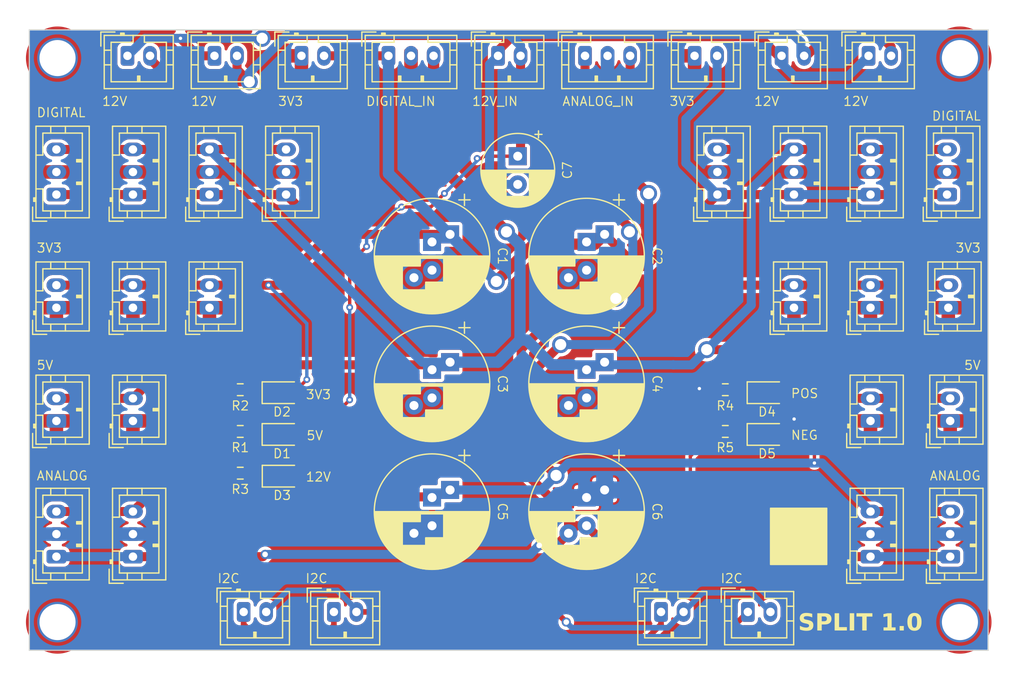
<source format=kicad_pcb>
(kicad_pcb (version 20240108) (generator "pcbnew") (generator_version "8.0")
  (layers (0 "F.Cu" signal) (31 "B.Cu" signal) (34 "B.Paste" user) (35 "F.Paste" user) (36 "B.SilkS" user "B.Silkscreen") (37 "F.SilkS" user "F.Silkscreen") (38 "B.Mask" user) (39 "F.Mask" user) (44 "Edge.Cuts" user))
  (net 0 "")
  (net 1 "GND")
  (net 2 "5V")
  (net 3 "3V3")
  (net 4 "RELAY_GND")
  (net 5 "12V")
  (net 6 "DC_POS")
  (net 7 "AGND")
  (net 8 "DC_NEG")
  (net 9 "SDA")
  (net 10 "SCL")
  (net 11 "Net-(D1-K)")
  (net 12 "Net-(D2-K)")
  (net 13 "Net-(D3-K)")
  (net 14 "Net-(D4-K)")
  (net 15 "Net-(D5-K)")
  (footprint "Connector_JST:JST_PH_B3B-PH-K_1x03_P2.00mm_Vertical" (layer "F.Cu") (at 167.257144 78.1 90)
    (property "Reference" "J13" (hide yes))
    (property "Value" "Conn_01x03_Male")
    (pad "1" thru_hole roundrect (at 0 0 90) (size 1.2 1.75) (drill 0.75) (layers "*.Cu" "*.Mask") (roundrect_rratio 0.208333) (net 3 "3V3"))
    (pad "2" thru_hole oval (at 2 0 90) (size 1.2 1.75) (drill 0.75) (layers "*.Cu" "*.Mask") (net 1 "GND"))
    (pad "3" thru_hole oval (at 4 0 90) (size 1.2 1.75) (drill 0.75) (layers "*.Cu" "*.Mask") (net 2 "5V"))
  )
  (footprint "Connector_JST:JST_PH_B3B-PH-K_1x03_P2.00mm_Vertical" (layer "F.Cu") (at 146.9 78.1 90)
    (property "Reference" "J14" (hide yes))
    (property "Value" "Conn_01x03_Male")
    (pad "1" thru_hole roundrect (at 0 0 90) (size 1.2 1.75) (drill 0.75) (layers "*.Cu" "*.Mask") (roundrect_rratio 0.208333) (net 3 "3V3"))
    (pad "2" thru_hole oval (at 2 0 90) (size 1.2 1.75) (drill 0.75) (layers "*.Cu" "*.Mask") (net 1 "GND"))
    (pad "3" thru_hole oval (at 4 0 90) (size 1.2 1.75) (drill 0.75) (layers "*.Cu" "*.Mask") (net 2 "5V"))
  )
  (footprint "Connector_JST:JST_PH_B3B-PH-K_1x03_P2.00mm_Vertical" (layer "F.Cu") (at 95.085714 78.1 90)
    (property "Reference" "J16" (hide yes))
    (property "Value" "Conn_01x03_Male")
    (pad "1" thru_hole roundrect (at 0 0 90) (size 1.2 1.75) (drill 0.75) (layers "*.Cu" "*.Mask") (roundrect_rratio 0.208333) (net 3 "3V3"))
    (pad "2" thru_hole oval (at 2 0 90) (size 1.2 1.75) (drill 0.75) (layers "*.Cu" "*.Mask") (net 1 "GND"))
    (pad "3" thru_hole oval (at 4 0 90) (size 1.2 1.75) (drill 0.75) (layers "*.Cu" "*.Mask") (net 2 "5V"))
  )
  (footprint "Capacitor_THT:CP_Radial_D10.0mm_P2.50mm_P5.00mm" (layer "F.Cu") (at 121.6 82.3 -90)
    (property "Reference" "C1" (at 1.25 -6.25 -90) (layer "F.SilkS") (effects (font (size 0.8 0.8) (thickness 0.1))))
    (property "Value" "220u 10V")
    (pad "1" thru_hole rect (at -0.670937 -1.6 270) (size 1.6 1.6) (drill 0.8) (layers "*.Cu" "*.Mask") (net 3 "3V3"))
    (pad "1" thru_hole rect (at 0 0 270) (size 1.6 1.6) (drill 0.8) (layers "*.Cu" "*.Mask") (net 3 "3V3"))
    (pad "2" thru_hole circle (at 2.5 0 270) (size 1.6 1.6) (drill 0.8) (layers "*.Cu" "*.Mask") (net 1 "GND"))
    (pad "2" thru_hole circle (at 3.170937 1.6 270) (size 1.6 1.6) (drill 0.8) (layers "*.Cu" "*.Mask") (net 1 "GND"))
  )
  (footprint "Connector_JST:JST_PH_B2B-PH-K_1x02_P2.00mm_Vertical" (layer "F.Cu") (at 141.9 115.1)
    (property "Reference" "J32" (hide yes))
    (property "Value" "Conn_01x02_Pin")
    (pad "1" thru_hole roundrect (at 0 0) (size 1.2 1.75) (drill 0.75) (layers "*.Cu" "*.Mask") (roundrect_rratio 0.208333) (net 10 "SCL"))
    (pad "2" thru_hole oval (at 2 0) (size 1.2 1.75) (drill 0.75) (layers "*.Cu" "*.Mask") (net 9 "SDA"))
  )
  (footprint "Connector_JST:JST_PH_B3B-PH-K_1x03_P2.00mm_Vertical" (layer "F.Cu") (at 160.471428 110.2 90)
    (property "Reference" "J7" (hide yes))
    (property "Value" "Conn_01x03_Male")
    (pad "1" thru_hole roundrect (at 0 0 90) (size 1.2 1.75) (drill 0.75) (layers "*.Cu" "*.Mask") (roundrect_rratio 0.208333) (net 8 "DC_NEG"))
    (pad "2" thru_hole oval (at 2 0 90) (size 1.2 1.75) (drill 0.75) (layers "*.Cu" "*.Mask") (net 7 "AGND"))
    (pad "3" thru_hole oval (at 4 0 90) (size 1.2 1.75) (drill 0.75) (layers "*.Cu" "*.Mask") (net 6 "DC_POS"))
  )
  (footprint "MountingHole:MountingHole_3.2mm_M3_DIN965_Pad_TopOnly" (layer "F.Cu") (at 88.4 66 90)
    (property "Reference" "H1" (hide yes))
    (property "Value" "MountingHole")
    (pad "1" thru_hole circle (at 0 0 90) (size 3.6 3.6) (drill 3.2) (layers "*.Cu" "*.Mask"))
    (pad "1" connect circle (at 0 0 90) (size 5.6 5.6) (layers "F.Cu" "F.Mask"))
  )
  (footprint "MountingHole:MountingHole_3.2mm_M3_DIN965_Pad_TopOnly" (layer "F.Cu") (at 88.4 116 90)
    (property "Reference" "H3" (hide yes))
    (property "Value" "MountingHole")
    (pad "1" thru_hole circle (at 0 0 90) (size 3.6 3.6) (drill 3.2) (layers "*.Cu" "*.Mask"))
    (pad "1" connect circle (at 0 0 90) (size 5.6 5.6) (layers "F.Cu" "F.Mask"))
  )
  (footprint "Connector_JST:JST_PH_B2B-PH-K_1x02_P2.00mm_Vertical" (layer "F.Cu") (at 104.9 115.1)
    (property "Reference" "J31" (hide yes))
    (property "Value" "Conn_01x02_Pin")
    (pad "1" thru_hole roundrect (at 0 0) (size 1.2 1.75) (drill 0.75) (layers "*.Cu" "*.Mask") (roundrect_rratio 0.208333) (net 10 "SCL"))
    (pad "2" thru_hole oval (at 2 0) (size 1.2 1.75) (drill 0.75) (layers "*.Cu" "*.Mask") (net 9 "SDA"))
  )
  (footprint "Connector_JST:JST_PH_B2B-PH-K_1x02_P2.00mm_Vertical" (layer "F.Cu") (at 112.9 115.1)
    (property "Reference" "J30" (hide yes))
    (property "Value" "Conn_01x02_Pin")
    (pad "1" thru_hole roundrect (at 0 0) (size 1.2 1.75) (drill 0.75) (layers "*.Cu" "*.Mask") (roundrect_rratio 0.208333) (net 10 "SCL"))
    (pad "2" thru_hole oval (at 2 0) (size 1.2 1.75) (drill 0.75) (layers "*.Cu" "*.Mask") (net 9 "SDA"))
  )
  (footprint "MountingHole:MountingHole_3.2mm_M3_DIN965_Pad_TopOnly" (layer "F.Cu") (at 168.4 66 90)
    (property "Reference" "H2" (hide yes))
    (property "Value" "MountingHole")
    (pad "1" thru_hole circle (at 0 0 90) (size 3.6 3.6) (drill 3.2) (layers "*.Cu" "*.Mask"))
    (pad "1" connect circle (at 0 0 90) (size 5.6 5.6) (layers "F.Cu" "F.Mask"))
  )
  (footprint "Capacitor_THT:CP_Radial_D10.0mm_P2.50mm_P5.00mm" (layer "F.Cu") (at 135.3 93.629063 -90)
    (property "Reference" "C4" (at 1.25 -6.25 -90) (layer "F.SilkS") (effects (font (size 0.8 0.8) (thickness 0.1))))
    (property "Value" "220u 10V")
    (pad "1" thru_hole rect (at -0.670937 -1.6 270) (size 1.6 1.6) (drill 0.8) (layers "*.Cu" "*.Mask") (net 2 "5V"))
    (pad "1" thru_hole rect (at 0 0 270) (size 1.6 1.6) (drill 0.8) (layers "*.Cu" "*.Mask") (net 2 "5V"))
    (pad "2" thru_hole circle (at 2.5 0 270) (size 1.6 1.6) (drill 0.8) (layers "*.Cu" "*.Mask") (net 1 "GND"))
    (pad "2" thru_hole circle (at 3.170937 1.6 270) (size 1.6 1.6) (drill 0.8) (layers "*.Cu" "*.Mask") (net 1 "GND"))
  )
  (footprint "Capacitor_THT:CP_Radial_D10.0mm_P2.50mm_P5.00mm" (layer "F.Cu") (at 135.3 104.958126 -90)
    (property "Reference" "C6" (at 1.25 -6.25 -90) (layer "F.SilkS") (effects (font (size 0.8 0.8) (thickness 0.1))))
    (property "Value" "220u 10V")
    (pad "1" thru_hole rect (at -0.670937 -1.6 270) (size 1.6 1.6) (drill 0.8) (layers "*.Cu" "*.Mask") (net 7 "AGND"))
    (pad "1" thru_hole rect (at 0 0 270) (size 1.6 1.6) (drill 0.8) (layers "*.Cu" "*.Mask") (net 7 "AGND"))
    (pad "2" thru_hole circle (at 2.5 0 270) (size 1.6 1.6) (drill 0.8) (layers "*.Cu" "*.Mask") (net 8 "DC_NEG"))
    (pad "2" thru_hole circle (at 3.170937 1.6 270) (size 1.6 1.6) (drill 0.8) (layers "*.Cu" "*.Mask") (net 8 "DC_NEG"))
  )
  (footprint "Connector_JST:JST_PH_B2B-PH-K_1x02_P2.00mm_Vertical" (layer "F.Cu") (at 160.471428 88.133333 90)
    (property "Reference" "J4" (hide yes))
    (property "Value" "Conn_01x02_Pin")
    (pad "1" thru_hole roundrect (at 0 0 90) (size 1.2 1.75) (drill 0.75) (layers "*.Cu" "*.Mask") (roundrect_rratio 0.208333) (net 1 "GND"))
    (pad "2" thru_hole oval (at 2 0 90) (size 1.2 1.75) (drill 0.75) (layers "*.Cu" "*.Mask") (net 3 "3V3"))
  )
  (footprint "Resistor_SMD:R_0603_1608Metric_Pad0.98x0.95mm_HandSolder" (layer "F.Cu") (at 104.6 99.1 180)
    (property "Reference" "R1" (at 0 -1.43 0) (layer "F.SilkS") (effects (font (size 0.8 0.8) (thickness 0.1))))
    (property "Value" "R_Small")
    (pad "1" smd roundrect (at -0.9125 0 180) (size 0.975 0.95) (layers "F.Cu" "F.Paste" "F.Mask") (net 11 "Net-(D1-K)"))
    (pad "2" smd roundrect (at 0.9125 0 180) (size 0.975 0.95) (layers "F.Cu" "F.Paste" "F.Mask") (net 1 "GND"))
  )
  (footprint "Connector_JST:JST_PH_B3B-PH-K_1x03_P2.00mm_Vertical" (layer "F.Cu") (at 88.3 78.1 90)
    (property "Reference" "J15" (hide yes))
    (property "Value" "Conn_01x03_Male")
    (pad "1" thru_hole roundrect (at 0 0 90) (size 1.2 1.75) (drill 0.75) (layers "*.Cu" "*.Mask") (roundrect_rratio 0.208333) (net 3 "3V3"))
    (pad "2" thru_hole oval (at 2 0 90) (size 1.2 1.75) (drill 0.75) (layers "*.Cu" "*.Mask") (net 1 "GND"))
    (pad "3" thru_hole oval (at 4 0 90) (size 1.2 1.75) (drill 0.75) (layers "*.Cu" "*.Mask") (net 2 "5V"))
  )
  (footprint "LED_SMD:LED_0805_2012Metric_Pad1.15x1.40mm_HandSolder" (layer "F.Cu") (at 108.4 95.665)
    (property "Reference" "D2" (at -0.1 1.7 0) (layer "F.SilkS") (effects (font (size 0.8 0.8) (thickness 0.1))))
    (property "Value" "RED")
    (pad "1" smd roundrect (at -1.025 0) (size 1.15 1.4) (layers "F.Cu" "F.Paste" "F.Mask") (roundrect_rratio 0.217391) (net 12 "Net-(D2-K)"))
    (pad "2" smd roundrect (at 1.025 0) (size 1.15 1.4) (layers "F.Cu" "F.Paste" "F.Mask") (roundrect_rratio 0.217391) (net 3 "3V3"))
  )
  (footprint "Connector_JST:JST_PH_B2B-PH-K_1x02_P2.00mm_Vertical" (layer "F.Cu") (at 95.085714 88.133333 90)
    (property "Reference" "J11" (hide yes))
    (property "Value" "Conn_01x02_Pin")
    (pad "1" thru_hole roundrect (at 0 0 90) (size 1.2 1.75) (drill 0.75) (layers "*.Cu" "*.Mask") (roundrect_rratio 0.208333) (net 1 "GND"))
    (pad "2" thru_hole oval (at 2 0 90) (size 1.2 1.75) (drill 0.75) (layers "*.Cu" "*.Mask") (net 3 "3V3"))
  )
  (footprint "Connector_JST:JST_PH_B2B-PH-K_1x02_P2.00mm_Vertical" (layer "F.Cu") (at 95.085714 98.166666 90)
    (property "Reference" "J27" (hide yes))
    (property "Value" "Conn_01x02_Pin")
    (pad "1" thru_hole roundrect (at 0 0 90) (size 1.2 1.75) (drill 0.75) (layers "*.Cu" "*.Mask") (roundrect_rratio 0.208333) (net 1 "GND"))
    (pad "2" thru_hole oval (at 2 0 90) (size 1.2 1.75) (drill 0.75) (layers "*.Cu" "*.Mask") (net 2 "5V"))
  )
  (footprint "LED_SMD:LED_0805_2012Metric_Pad1.15x1.40mm_HandSolder" (layer "F.Cu") (at 151.4 99.365)
    (property "Reference" "D5" (at -0.1 1.7 0) (layer "F.SilkS") (effects (font (size 0.8 0.8) (thickness 0.1))))
    (property "Value" "RED")
    (pad "1" smd roundrect (at -1.025 0) (size 1.15 1.4) (layers "F.Cu" "F.Paste" "F.Mask") (roundrect_rratio 0.217391) (net 15 "Net-(D5-K)"))
    (pad "2" smd roundrect (at 1.025 0) (size 1.15 1.4) (layers "F.Cu" "F.Paste" "F.Mask") (roundrect_rratio 0.217391) (net 7 "AGND"))
  )
  (footprint "Resistor_SMD:R_0603_1608Metric_Pad0.98x0.95mm_HandSolder" (layer "F.Cu") (at 147.6 95.4 180)
    (property "Reference" "R4" (at 0 -1.43 0) (layer "F.SilkS") (effects (font (size 0.8 0.8) (thickness 0.1))))
    (property "Value" "R_Small")
    (pad "1" smd roundrect (at -0.9125 0 180) (size 0.975 0.95) (layers "F.Cu" "F.Paste" "F.Mask") (net 14 "Net-(D4-K)"))
    (pad "2" smd roundrect (at 0.9125 0 180) (size 0.975 0.95) (layers "F.Cu" "F.Paste" "F.Mask") (net 7 "AGND"))
  )
  (footprint "Connector_JST:JST_PH_B2B-PH-K_1x02_P2.00mm_Vertical" (layer "F.Cu") (at 160.3 65.8)
    (property "Reference" "J24" (hide yes))
    (property "Value" "Conn_01x02_Pin")
    (pad "1" thru_hole roundrect (at 0 0) (size 1.2 1.75) (drill 0.75) (layers "*.Cu" "*.Mask") (roundrect_rratio 0.208333) (net 4 "RELAY_GND"))
    (pad "2" thru_hole oval (at 2 0) (size 1.2 1.75) (drill 0.75) (layers "*.Cu" "*.Mask") (net 5 "12V"))
  )
  (footprint "Connector_JST:JST_PH_B3B-PH-K_1x03_P2.00mm_Vertical" (layer "F.Cu") (at 167.535714 110.2 90)
    (property "Reference" "J21" (hide yes))
    (property "Value" "Conn_01x03_Male")
    (pad "1" thru_hole roundrect (at 0 0 90) (size 1.2 1.75) (drill 0.75) (layers "*.Cu" "*.Mask") (roundrect_rratio 0.208333) (net 8 "DC_NEG"))
    (pad "2" thru_hole oval (at 2 0 90) (size 1.2 1.75) (drill 0.75) (layers "*.Cu" "*.Mask") (net 7 "AGND"))
    (pad "3" thru_hole oval (at 4 0 90) (size 1.2 1.75) (drill 0.75) (layers "*.Cu" "*.Mask") (net 6 "DC_POS"))
  )
  (footprint "LED_SMD:LED_0805_2012Metric_Pad1.15x1.40mm_HandSolder" (layer "F.Cu") (at 108.4125 103.065)
    (property "Reference" "D3" (at -0.1 1.7 0) (layer "F.SilkS") (effects (font (size 0.8 0.8) (thickness 0.1))))
    (property "Value" "RED")
    (pad "1" smd roundrect (at -1.025 0) (size 1.15 1.4) (layers "F.Cu" "F.Paste" "F.Mask") (roundrect_rratio 0.217391) (net 13 "Net-(D3-K)"))
    (pad "2" smd roundrect (at 1.025 0) (size 1.15 1.4) (layers "F.Cu" "F.Paste" "F.Mask") (roundrect_rratio 0.217391) (net 5 "12V"))
  )
  (footprint "Capacitor_THT:CP_Radial_D10.0mm_P2.50mm_P5.00mm" (layer "F.Cu") (at 121.6 104.958126 -90)
    (property "Reference" "C5" (at 1.25 -6.25 -90) (layer "F.SilkS") (effects (font (size 0.8 0.8) (thickness 0.1))))
    (property "Value" "220u 10V")
    (pad "1" thru_hole rect (at -0.670937 -1.6 270) (size 1.6 1.6) (drill 0.8) (layers "*.Cu" "*.Mask") (net 6 "DC_POS"))
    (pad "1" thru_hole rect (at 0 0 270) (size 1.6 1.6) (drill 0.8) (layers "*.Cu" "*.Mask") (net 6 "DC_POS"))
    (pad "2" thru_hole circle (at 2.5 0 270) (size 1.6 1.6) (drill 0.8) (layers "*.Cu" "*.Mask") (net 7 "AGND"))
    (pad "2" thru_hole circle (at 3.170937 1.6 270) (size 1.6 1.6) (drill 0.8) (layers "*.Cu" "*.Mask") (net 7 "AGND"))
  )
  (footprint "Connector_JST:JST_PH_B2B-PH-K_1x02_P2.00mm_Vertical" (layer "F.Cu") (at 144.875 65.8)
    (property "Reference" "J34" (hide yes))
    (property "Value" "Conn_01x02_Pin")
    (pad "1" thru_hole roundrect (at 0 0) (size 1.2 1.75) (drill 0.75) (layers "*.Cu" "*.Mask") (roundrect_rratio 0.208333) (net 1 "GND"))
    (pad "2" thru_hole oval (at 2 0) (size 1.2 1.75) (drill 0.75) (layers "*.Cu" "*.Mask") (net 3 "3V3"))
  )
  (footprint "Connector_JST:JST_PH_B3B-PH-K_1x03_P2.00mm_Vertical" (layer "F.Cu") (at 95.085714 110.2 90)
    (property "Reference" "J22" (hide yes))
    (property "Value" "Conn_01x03_Male")
    (pad "1" thru_hole roundrect (at 0 0 90) (size 1.2 1.75) (drill 0.75) (layers "*.Cu" "*.Mask") (roundrect_rratio 0.208333) (net 8 "DC_NEG"))
    (pad "2" thru_hole oval (at 2 0 90) (size 1.2 1.75) (drill 0.75) (layers "*.Cu" "*.Mask") (net 7 "AGND"))
    (pad "3" thru_hole oval (at 4 0 90) (size 1.2 1.75) (drill 0.75) (layers "*.Cu" "*.Mask") (net 6 "DC_POS"))
  )
  (footprint "LED_SMD:LED_0805_2012Metric_Pad1.15x1.40mm_HandSolder" (layer "F.Cu") (at 151.4 95.665)
    (property "Reference" "D4" (at -0.1 1.7 0) (layer "F.SilkS") (effects (font (size 0.8 0.8) (thickness 0.1))))
    (property "Value" "RED")
    (pad "1" smd roundrect (at -1.025 0) (size 1.15 1.4) (layers "F.Cu" "F.Paste" "F.Mask") (roundrect_rratio 0.217391) (net 14 "Net-(D4-K)"))
    (pad "2" smd roundrect (at 1.025 0) (size 1.15 1.4) (layers "F.Cu" "F.Paste" "F.Mask") (roundrect_rratio 0.217391) (net 6 "DC_POS"))
  )
  (footprint "Connector_JST:JST_PH_B2B-PH-K_1x02_P2.00mm_Vertical" (layer "F.Cu") (at 153.685714 88.133333 90)
    (property "Reference" "J12" (hide yes))
    (property "Value" "Conn_01x02_Pin")
    (pad "1" thru_hole roundrect (at 0 0 90) (size 1.2 1.75) (drill 0.75) (layers "*.Cu" "*.Mask") (roundrect_rratio 0.208333) (net 1 "GND"))
    (pad "2" thru_hole oval (at 2 0 90) (size 1.2 1.75) (drill 0.75) (layers "*.Cu" "*.Mask") (net 3 "3V3"))
  )
  (footprint "Connector_JST:JST_PH_B3B-PH-K_1x03_P2.00mm_Vertical" (layer "F.Cu") (at 88.3 110.2 90)
    (property "Reference" "J20" (hide yes))
    (property "Value" "Conn_01x03_Male")
    (pad "1" thru_hole roundrect (at 0 0 90) (size 1.2 1.75) (drill 0.75) (layers "*.Cu" "*.Mask") (roundrect_rratio 0.208333) (net 8 "DC_NEG"))
    (pad "2" thru_hole oval (at 2 0 90) (size 1.2 1.75) (drill 0.75) (layers "*.Cu" "*.Mask") (net 7 "AGND"))
    (pad "3" thru_hole oval (at 4 0 90) (size 1.2 1.75) (drill 0.75) (layers "*.Cu" "*.Mask") (net 6 "DC_POS"))
  )
  (footprint "Connector_JST:JST_PH_B3B-PH-K_1x03_P2.00mm_Vertical" (layer "F.Cu") (at 135.1625 65.8)
    (property "Reference" "J3" (hide yes))
    (property "Value" "Conn_01x03_Pin")
    (pad "1" thru_hole roundrect (at 0 0) (size 1.2 1.75) (drill 0.75) (layers "*.Cu" "*.Mask") (roundrect_rratio 0.208333) (net 8 "DC_NEG"))
    (pad "2" thru_hole oval (at 2 0) (size 1.2 1.75) (drill 0.75) (layers "*.Cu" "*.Mask") (net 7 "AGND"))
    (pad "3" thru_hole oval (at 4 0) (size 1.2 1.75) (drill 0.75) (layers "*.Cu" "*.Mask") (net 6 "DC_POS"))
  )
  (footprint "Capacitor_THT:CP_Radial_D10.0mm_P2.50mm_P5.00mm" (layer "F.Cu") (at 121.6 93.629063 -90)
    (property "Reference" "C3" (at 1.25 -6.25 -90) (layer "F.SilkS") (effects (font (size 0.8 0.8) (thickness 0.1))))
    (property "Value" "220u 10V")
    (pad "1" thru_hole rect (at -0.670937 -1.6 270) (size 1.6 1.6) (drill 0.8) (layers "*.Cu" "*.Mask") (net 2 "5V"))
    (pad "1" thru_hole rect (at 0 0 270) (size 1.6 1.6) (drill 0.8) (layers "*.Cu" "*.Mask") (net 2 "5V"))
    (pad "2" thru_hole circle (at 2.5 0 270) (size 1.6 1.6) (drill 0.8) (layers "*.Cu" "*.Mask") (net 1 "GND"))
    (pad "2" thru_hole circle (at 3.170937 1.6 270) (size 1.6 1.6) (drill 0.8) (layers "*.Cu" "*.Mask") (net 1 "GND"))
  )
  (footprint "Connector_JST:JST_PH_B2B-PH-K_1x02_P2.00mm_Vertical" (layer "F.Cu") (at 101.871428 88.133333 90)
    (property "Reference" "J9" (hide yes))
    (property "Value" "Conn_01x02_Pin")
    (pad "1" thru_hole roundrect (at 0 0 90) (size 1.2 1.75) (drill 0.75) (layers "*.Cu" "*.Mask") (roundrect_rratio 0.208333) (net 1 "GND"))
    (pad "2" thru_hole oval (at 2 0 90) (size 1.2 1.75) (drill 0.75) (layers "*.Cu" "*.Mask") (net 3 "3V3"))
  )
  (footprint "Connector_JST:JST_PH_B2B-PH-K_1x02_P2.00mm_Vertical" (layer "F.Cu") (at 110.025 65.8)
    (property "Reference" "J35" (hide yes))
    (property "Value" "Conn_01x02_Pin")
    (pad "1" thru_hole roundrect (at 0 0) (size 1.2 1.75) (drill 0.75) (layers "*.Cu" "*.Mask") (roundrect_rratio 0.208333) (net 1 "GND"))
    (pad "2" thru_hole oval (at 2 0) (size 1.2 1.75) (drill 0.75) (layers "*.Cu" "*.Mask") (net 3 "3V3"))
  )
  (footprint "Connector_JST:JST_PH_B2B-PH-K_1x02_P2.00mm_Vertical" (layer "F.Cu") (at 167.371428 88.133333 90)
    (property "Reference" "J8" (hide yes))
    (property "Value" "Conn_01x02_Pin")
    (pad "1" thru_hole roundrect (at 0 0 90) (size 1.2 1.75) (drill 0.75) (layers "*.Cu" "*.Mask") (roundrect_rratio 0.208333) (net 1 "GND"))
    (pad "2" thru_hole oval (at 2 0 90) (size 1.2 1.75) (drill 0.75) (layers "*.Cu" "*.Mask") (net 3 "3V3"))
  )
  (footprint "Resistor_SMD:R_0603_1608Metric_Pad0.98x0.95mm_HandSolder" (layer "F.Cu") (at 104.6 102.8 180)
    (property "Reference" "R3" (at 0 -1.43 0) (layer "F.SilkS") (effects (font (size 0.8 0.8) (thickness 0.1))))
    (property "Value" "R_Small")
    (pad "1" smd roundrect (at -0.9125 0 180) (size 0.975 0.95) (layers "F.Cu" "F.Paste" "F.Mask") (net 13 "Net-(D3-K)"))
    (pad "2" smd roundrect (at 0.9125 0 180) (size 0.975 0.95) (layers "F.Cu" "F.Paste" "F.Mask") (net 1 "GND"))
  )
  (footprint "Connector_JST:JST_PH_B3B-PH-K_1x03_P2.00mm_Vertical" (layer "F.Cu") (at 108.657142 78.1 90)
    (property "Reference" "J18" (hide yes))
    (property "Value" "Conn_01x03_Male")
    (pad "1" thru_hole roundrect (at 0 0 90) (size 1.2 1.75) (drill 0.75) (layers "*.Cu" "*.Mask") (roundrect_rratio 0.208333) (net 3 "3V3"))
    (pad "2" thru_hole oval (at 2 0 90) (size 1.2 1.75) (drill 0.75) (layers "*.Cu" "*.Mask") (net 1 "GND"))
    (pad "3" thru_hole oval (at 4 0 90) (size 1.2 1.75) (drill 0.75) (layers "*.Cu" "*.Mask") (net 2 "5V"))
  )
  (footprint "Connector_JST:JST_PH_B2B-PH-K_1x02_P2.00mm_Vertical" (layer "F.Cu") (at 127.45 65.8)
    (property "Reference" "J2" (hide yes))
    (property "Value" "Conn_01x02_Pin")
    (pad "1" thru_hole roundrect (at 0 0) (size 1.2 1.75) (drill 0.75) (layers "*.Cu" "*.Mask") (roundrect_rratio 0.208333) (net 4 "RELAY_GND"))
    (pad "2" thru_hole oval (at 2 0) (size 1.2 1.75) (drill 0.75) (layers "*.Cu" "*.Mask") (net 5 "12V"))
  )
  (footprint "Resistor_SMD:R_0603_1608Metric_Pad0.98x0.95mm_HandSolder" (layer "F.Cu") (at 147.6 99.1 180)
    (property "Reference" "R5" (at 0 -1.43 0) (layer "F.SilkS") (effects (font (size 0.8 0.8) (thickness 0.1))))
    (property "Value" "R_Small")
    (pad "1" smd roundrect (at -0.9125 0 180) (size 0.975 0.95) (layers "F.Cu" "F.Paste" "F.Mask") (net 15 "Net-(D5-K)"))
    (pad "2" smd roundrect (at 0.9125 0 180) (size 0.975 0.95) (layers "F.Cu" "F.Paste" "F.Mask") (net 8 "DC_NEG"))
  )
  (footprint "Connector_JST:JST_PH_B2B-PH-K_1x02_P2.00mm_Vertical" (layer "F.Cu") (at 160.471428 98.166666 90)
    (property "Reference" "J28" (hide yes))
    (property "Value" "Conn_01x02_Pin")
    (pad "1" thru_hole roundrect (at 0 0 90) (size 1.2 1.75) (drill 0.75) (layers "*.Cu" "*.Mask") (roundrect_rratio 0.208333) (net 1 "GND"))
    (pad "2" thru_hole oval (at 2 0 90) (size 1.2 1.75) (drill 0.75) (layers "*.Cu" "*.Mask") (net 2 "5V"))
  )
  (footprint "Resistor_SMD:R_0603_1608Metric_Pad0.98x0.95mm_HandSolder" (layer "F.Cu") (at 104.6 95.4 180)
    (property "Reference" "R2" (at 0 -1.43 0) (layer "F.SilkS") (effects (font (size 0.8 0.8) (thickness 0.1))))
    (property "Value" "R_Small")
    (pad "1" smd roundrect (at -0.9125 0 180) (size 0.975 0.95) (layers "F.Cu" "F.Paste" "F.Mask") (net 12 "Net-(D2-K)"))
    (pad "2" smd roundrect (at 0.9125 0 180) (size 0.975 0.95) (layers "F.Cu" "F.Paste" "F.Mask") (net 1 "GND"))
  )
  (footprint "Connector_JST:JST_PH_B3B-PH-K_1x03_P2.00mm_Vertical" (layer "F.Cu") (at 160.471428 78.1 90)
    (property "Reference" "J17" (hide yes))
    (property "Value" "Conn_01x03_Male")
    (pad "1" thru_hole roundrect (at 0 0 90) (size 1.2 1.75) (drill 0.75) (layers "*.Cu" "*.Mask") (roundrect_rratio 0.208333) (net 3 "3V3"))
    (pad "2" thru_hole oval (at 2 0 90) (size 1.2 1.75) (drill 0.75) (layers "*.Cu" "*.Mask") (net 1 "GND"))
    (pad "3" thru_hole oval (at 4 0 90) (size 1.2 1.75) (drill 0.75) (layers "*.Cu" "*.Mask") (net 2 "5V"))
  )
  (footprint "LED_SMD:LED_0805_2012Metric_Pad1.15x1.40mm_HandSolder" (layer "F.Cu") (at 108.4 99.365)
    (property "Reference" "D1" (at -0.1 1.7 0) (layer "F.SilkS") (effects (font (size 0.8 0.8) (thickness 0.1))))
    (property "Value" "RED")
    (pad "1" smd roundrect (at -1.025 0) (size 1.15 1.4) (layers "F.Cu" "F.Paste" "F.Mask") (roundrect_rratio 0.217391) (net 11 "Net-(D1-K)"))
    (pad "2" smd roundrect (at 1.025 0) (size 1.15 1.4) (layers "F.Cu" "F.Paste" "F.Mask") (roundrect_rratio 0.217391) (net 2 "5V"))
  )
  (footprint "Capacitor_THT:CP_Radial_D10.0mm_P2.50mm_P5.00mm" (layer "F.Cu") (at 135.3 82.3 -90)
    (property "Reference" "C2" (at 1.25 -6.25 -90) (layer "F.SilkS") (effects (font (size 0.8 0.8) (thickness 0.1))))
    (property "Value" "220u 10V")
    (pad "1" thru_hole rect (at -0.670937 -1.6 270) (size 1.6 1.6) (drill 0.8) (layers "*.Cu" "*.Mask") (net 3 "3V3"))
    (pad "1" thru_hole rect (at 0 0 270) (size 1.6 1.6) (drill 0.8) (layers "*.Cu" "*.Mask") (net 3 "3V3"))
    (pad "2" thru_hole circle (at 2.5 0 270) (size 1.6 1.6) (drill 0.8) (layers "*.Cu" "*.Mask") (net 1 "GND"))
    (pad "2" thru_hole circle (at 3.170937 1.6 270) (size 1.6 1.6) (drill 0.8) (layers "*.Cu" "*.Mask") (net 1 "GND"))
  )
  (footprint "Connector_JST:JST_PH_B2B-PH-K_1x02_P2.00mm_Vertical" (layer "F.Cu") (at 167.535714 98.166666 90)
    (property "Reference" "J29" (hide yes))
    (property "Value" "Conn_01x02_Pin")
    (pad "1" thru_hole roundrect (at 0 0 90) (size 1.2 1.75) (drill 0.75) (layers "*.Cu" "*.Mask") (roundrect_rratio 0.208333) (net 1 "GND"))
    (pad "2" thru_hole oval (at 2 0 90) (size 1.2 1.75) (drill 0.75) (layers "*.Cu" "*.Mask") (net 2 "5V"))
  )
  (footprint "MountingHole:MountingHole_3.2mm_M3_DIN965_Pad_TopOnly" (layer "F.Cu") (at 168.4 116 90)
    (property "Reference" "H4" (hide yes))
    (property "Value" "MountingHole")
    (pad "1" thru_hole circle (at 0 0 90) (size 3.6 3.6) (drill 3.2) (layers "*.Cu" "*.Mask"))
    (pad "1" connect circle (at 0 0 90) (size 5.6 5.6) (layers "F.Cu" "F.Mask"))
  )
  (footprint "Capacitor_THT:CP_Radial_D6.3mm_P2.50mm" (layer "F.Cu") (at 129.2 74.7 -90)
    (property "Reference" "C7" (at 1.25 -4.4 90) (layer "F.SilkS") (effects (font (size 0.8 0.8) (thickness 0.1))))
    (property "Value" "220u 10V")
    (pad "1" thru_hole rect (at 0 0 270) (size 1.6 1.6) (drill 0.8) (layers "*.Cu" "*.Mask") (net 5 "12V"))
    (pad "2" thru_hole circle (at 2.5 0 270) (size 1.6 1.6) (drill 0.8) (layers "*.Cu" "*.Mask") (net 4 "RELAY_GND"))
  )
  (footprint "Connector_JST:JST_PH_B3B-PH-K_1x03_P2.00mm_Vertical" (layer "F.Cu") (at 117.7375 65.8)
    (property "Reference" "J1" (hide yes))
    (property "Value" "Conn_01x03_Pin")
    (pad "1" thru_hole roundrect (at 0 0) (size 1.2 1.75) (drill 0.75) (layers "*.Cu" "*.Mask") (roundrect_rratio 0.208333) (net 3 "3V3"))
    (pad "2" thru_hole oval (at 2 0) (size 1.2 1.75) (drill 0.75) (layers "*.Cu" "*.Mask") (net 1 "GND"))
    (pad "3" thru_hole oval (at 4 0) (size 1.2 1.75) (drill 0.75) (layers "*.Cu" "*.Mask") (net 2 "5V"))
  )
  (footprint "Connector_JST:JST_PH_B2B-PH-K_1x02_P2.00mm_Vertical" (layer "F.Cu") (at 88.3 98.166666 90)
    (property "Reference" "J26" (hide yes))
    (property "Value" "Conn_01x02_Pin")
    (pad "1" thru_hole roundrect (at 0 0 90) (size 1.2 1.75) (drill 0.75) (layers "*.Cu" "*.Mask") (roundrect_rratio 0.208333) (net 1 "GND"))
    (pad "2" thru_hole oval (at 2 0 90) (size 1.2 1.75) (drill 0.75) (layers "*.Cu" "*.Mask") (net 2 "5V"))
  )
  (footprint "Connector_JST:JST_PH_B3B-PH-K_1x03_P2.00mm_Vertical" (layer "F.Cu") (at 153.685714 78.1 90)
    (property "Reference" "J5" (hide yes))
    (property "Value" "Conn_01x03_Male")
    (pad "1" thru_hole roundrect (at 0 0 90) (size 1.2 1.75) (drill 0.75) (layers "*.Cu" "*.Mask") (roundrect_rratio 0.208333) (net 3 "3V3"))
    (pad "2" thru_hole oval (at 2 0 90) (size 1.2 1.75) (drill 0.75) (layers "*.Cu" "*.Mask") (net 1 "GND"))
    (pad "3" thru_hole oval (at 4 0 90) (size 1.2 1.75) (drill 0.75) (layers "*.Cu" "*.Mask") (net 2 "5V"))
  )
  (footprint "Connector_JST:JST_PH_B3B-PH-K_1x03_P2.00mm_Vertical" (layer "F.Cu") (at 101.871428 78.1 90)
    (property "Reference" "J19" (hide yes))
    (property "Value" "Conn_01x03_Male")
    (pad "1" thru_hole roundrect (at 0 0 90) (size 1.2 1.75) (drill 0.75) (layers "*.Cu" "*.Mask") (roundrect_rratio 0.208333) (net 3 "3V3"))
    (pad "2" thru_hole oval (at 2 0 90) (size 1.2 1.75) (drill 0.75) (layers "*.Cu" "*.Mask") (net 1 "GND"))
    (pad "3" thru_hole oval (at 4 0 90) (size 1.2 1.75) (drill 0.75) (layers "*.Cu" "*.Mask") (net 2 "5V"))
  )
  (footprint "Connector_JST:JST_PH_B2B-PH-K_1x02_P2.00mm_Vertical" (layer "F.Cu") (at 88.3 88.133333 90)
    (property "Reference" "J10" (hide yes))
    (property "Value" "Conn_01x02_Pin")
    (pad "1" thru_hole roundrect (at 0 0 90) (size 1.2 1.75) (drill 0.75) (layers "*.Cu" "*.Mask") (roundrect_rratio 0.208333) (net 1 "GND"))
    (pad "2" thru_hole oval (at 2 0 90) (size 1.2 1.75) (drill 0.75) (layers "*.Cu" "*.Mask") (net 3 "3V3"))
  )
  (footprint "Connector_JST:JST_PH_B2B-PH-K_1x02_P2.00mm_Vertical" (layer "F.Cu") (at 94.6 65.8)
    (property "Reference" "J25" (hide yes))
    (property "Value" "Conn_01x02_Pin")
    (pad "1" thru_hole roundrect (at 0 0) (size 1.2 1.75) (drill 0.75) (layers "*.Cu" "*.Mask") (roundrect_rratio 0.208333) (net 4 "RELAY_GND"))
    (pad "2" thru_hole oval (at 2 0) (size 1.2 1.75) (drill 0.75) (layers "*.Cu" "*.Mask") (net 5 "12V"))
  )
  (footprint "Connector_JST:JST_PH_B2B-PH-K_1x02_P2.00mm_Vertical" (layer "F.Cu") (at 152.5875 65.8)
    (property "Reference" "J6" (hide yes))
    (property "Value" "Conn_01x02_Pin")
    (pad "1" thru_hole roundrect (at 0 0) (size 1.2 1.75) (drill 0.75) (layers "*.Cu" "*.Mask") (roundrect_rratio 0.208333) (net 4 "RELAY_GND"))
    (pad "2" thru_hole oval (at 2 0) (size 1.2 1.75) (drill 0.75) (layers "*.Cu" "*.Mask") (net 5 "12V"))
  )
  (footprint "Connector_JST:JST_PH_B2B-PH-K_1x02_P2.00mm_Vertical" (layer "F.Cu") (at 102.3125 65.8)
    (property "Reference" "J23" (hide yes))
    (property "Value" "Conn_01x02_Pin")
    (pad "1" thru_hole roundrect (at 0 0) (size 1.2 1.75) (drill 0.75) (layers "*.Cu" "*.Mask") (roundrect_rratio 0.208333) (net 4 "RELAY_GND"))
    (pad "2" thru_hole oval (at 2 0) (size 1.2 1.75) (drill 0.75) (layers "*.Cu" "*.Mask") (net 5 "12V"))
  )
  (footprint "Connector_JST:JST_PH_B2B-PH-K_1x02_P2.00mm_Vertical" (layer "F.Cu") (at 149.6 115.1)
    (property "Reference" "J33" (hide yes))
    (property "Value" "Conn_01x02_Pin")
    (pad "1" thru_hole roundrect (at 0 0) (size 1.2 1.75) (drill 0.75) (layers "*.Cu" "*.Mask") (roundrect_rratio 0.208333) (net 10 "SCL"))
    (pad "2" thru_hole oval (at 2 0) (size 1.2 1.75) (drill 0.75) (layers "*.Cu" "*.Mask") (net 9 "SDA"))
  )
  (gr_rect (start 151.6 105.9) (end 156.6 110.9) (stroke (width 0.1)) (fill solid) (layer "F.SilkS"))
  (gr_line (start 170.9 63.5) (end 170.9 118.5) (stroke (width 0.1)) (layer "Edge.Cuts"))
  (gr_line (start 85.9 63.5) (end 170.9 63.5) (stroke (width 0.1)) (layer "Edge.Cuts"))
  (gr_line (start 85.9 118.5) (end 85.9 63.5) (stroke (width 0.1)) (layer "Edge.Cuts"))
  (gr_line (start 170.9 118.5) (end 85.9 118.5) (stroke (width 0.1)) (layer "Edge.Cuts"))
  (gr_text "DIGITAL_IN" (at 115.7 70.3 0) (layer "F.SilkS") (effects (font (size 0.8 0.8) (thickness 0.1)) (justify left bottom)))
  (gr_text "NEG" (at 155.861905 99.9 0) (layer "F.SilkS") (effects (font (size 0.8 0.8) (thickness 0.1)) (justify right bottom)))
  (gr_text "ANALOG_IN" (at 133.1 70.3 0) (layer "F.SilkS") (effects (font (size 0.8 0.8) (thickness 0.1)) (justify left bottom)))
  (gr_text "3V3" (at 142.6 70.3 0) (layer "F.SilkS") (effects (font (size 0.8 0.8) (thickness 0.1)) (justify left bottom)))
  (gr_text "DIGITAL" (at 86.5 71.3 0) (layer "F.SilkS") (effects (font (size 0.8 0.8) (thickness 0.1)) (justify left bottom)))
  (gr_text "3V3\n" (at 86.5 83.3 0) (layer "F.SilkS") (effects (font (size 0.8 0.8) (thickness 0.1)) (justify left bottom)))
  (gr_text "I2C" (at 112.4 112.6 0) (layer "F.SilkS") (effects (font (size 0.8 0.8) (thickness 0.1)) (justify right bottom)))
  (gr_text "3V3\n" (at 170.3 83.3 0) (layer "F.SilkS") (effects (font (size 0.8 0.8) (thickness 0.1)) (justify right bottom)))
  (gr_text "12V" (at 92.3 70.3 0) (layer "F.SilkS") (effects (font (size 0.8 0.8) (thickness 0.1)) (justify left bottom)))
  (gr_text "I2C" (at 104.6 112.6 0) (layer "F.SilkS") (effects (font (size 0.8 0.8) (thickness 0.1)) (justify right bottom)))
  (gr_text "ANALOG" (at 170.3 103.5 0) (layer "F.SilkS") (effects (font (size 0.8 0.8) (thickness 0.1)) (justify right bottom)))
  (gr_text "I2C" (at 149.2 112.6 0) (layer "F.SilkS") (effects (font (size 0.8 0.8) (thickness 0.1)) (justify right bottom)))
  (gr_text "12V" (at 100.2 70.3 0) (layer "F.SilkS") (effects (font (size 0.8 0.8) (thickness 0.1)) (justify left bottom)))
  (gr_text "5V\n" (at 112 99.935 0) (layer "F.SilkS") (effects (font (size 0.8 0.8) (thickness 0.1)) (justify right bottom)))
  (gr_text "I2C" (at 141.6 112.6 0) (layer "F.SilkS") (effects (font (size 0.8 0.8) (thickness 0.1)) (justify right bottom)))
  (gr_text "12V" (at 112.7 103.6 0) (layer "F.SilkS") (effects (font (size 0.8 0.8) (thickness 0.1)) (justify right bottom)))
  (gr_text "5V\n" (at 86.5 93.7 0) (layer "F.SilkS") (effects (font (size 0.8 0.8) (thickness 0.1)) (justify left bottom)))
  (gr_text "12V_IN" (at 125.1 70.3 0) (layer "F.SilkS") (effects (font (size 0.8 0.8) (thickness 0.1)) (justify left bottom)))
  (gr_text "12V" (at 158 70.3 0) (layer "F.SilkS") (effects (font (size 0.8 0.8) (thickness 0.1)) (justify left bottom)))
  (gr_text "3V3\n" (at 107.9 70.3 0) (layer "F.SilkS") (effects (font (size 0.8 0.8) (thickness 0.1)) (justify left bottom)))
  (gr_text "12V" (at 150.1 70.3 0) (layer "F.SilkS") (effects (font (size 0.8 0.8) (thickness 0.1)) (justify left bottom)))
  (gr_text "DIGITAL" (at 170.3 71.6 0) (layer "F.SilkS") (effects (font (size 0.8 0.8) (thickness 0.1)) (justify right bottom)))
  (gr_text "3V3" (at 112.7 96.3 0) (layer "F.SilkS") (effects (font (size 0.8 0.8) (thickness 0.1)) (justify right bottom)))
  (gr_text "SPLIT 1.0" (at 165.1 117 0) (layer "F.SilkS") (effects (font (size 1.5 1.5) (thickness 0.2) (bold yes)) (justify right bottom)))
  (gr_text "POS" (at 155.9 96.2 0) (layer "F.SilkS") (effects (font (size 0.8 0.8) (thickness 0.1)) (justify right bottom)))
  (gr_text "5V\n" (at 170.3 93.7 0) (layer "F.SilkS") (effects (font (size 0.8 0.8) (thickness 0.1)) (justify right bottom)))
  (gr_text "ANALOG" (at 86.5 103.5 0) (layer "F.SilkS") (effects (font (size 0.8 0.8) (thickness 0.1)) (justify left bottom)))
  (segment (start 153.685714 74.1) (end 160.471428 74.1) (width 0.8) (layer "F.Cu") (net 2))
  (segment (start 160.471428 96.166666) (end 167.535714 96.166666) (width 0.8) (layer "F.Cu") (net 2))
  (segment (start 98.06119 93.19119) (end 95.085714 96.166666) (width 0.8) (layer "F.Cu") (net 2))
  (segment (start 121.7375 65.8) (end 121.7375 74.9375) (width 1) (layer "F.Cu") (net 2))
  (segment (start 112.4 93.39119) (end 112.2 93.19119) (width 0.3) (layer "F.Cu") (net 2))
  (segment (start 121.162127 93.19119) (end 112.2 93.19119) (width 0.8) (layer "F.Cu") (net 2))
  (segment (start 112.4 97.2) (end 112.4 93.39119) (width 0.3) (layer "F.Cu") (net 2))
  (segment (start 110.235 99.365) (end 112.4 97.2) (width 0.3) (layer "F.Cu") (net 2))
  (segment (start 109.425 99.365) (end 110.235 99.365) (width 0.3) (layer "F.Cu") (net 2))
  (segment (start 112.2 93.19119) (end 98.06119 93.19119) (width 0.8) (layer "F.Cu") (net 2))
  (segment (start 160.471428 96.166666) (end 158.766666 96.166666) (width 0.8) (layer "F.Cu") (net 2))
  (segment (start 160.471428 74.1) (end 167.257144 74.1) (width 0.8) (layer "F.Cu") (net 2))
  (segment (start 101.871428 74.1) (end 108.657142 74.1) (width 0.8) (layer "F.Cu") (net 2))
  (segment (start 88.3 74.1) (end 95.085714 74.1) (width 0.8) (layer "F.Cu") (net 2))
  (segment (start 121.6 93.629063) (end 121.162127 93.19119) (width 0.8) (layer "F.Cu") (net 2))
  (segment (start 146.9 74.1) (end 153.685714 74.1) (width 0.8) (layer "F.Cu") (net 2))
  (segment (start 158.766666 96.166666) (end 154.45 91.85) (width 0.8) (layer "F.Cu") (net 2))
  (segment (start 121.7375 74.9375) (end 128.2 81.4) (width 1) (layer "F.Cu") (net 2))
  (segment (start 154.45 91.85) (end 145.95 91.85) (width 0.8) (layer "F.Cu") (net 2))
  (segment (start 88.3 96.166666) (end 95.085714 96.166666) (width 0.8) (layer "F.Cu") (net 2))
  (segment (start 95.085714 74.1) (end 101.871428 74.1) (width 0.8) (layer "F.Cu") (net 2))
  (via (at 145.95 91.85) (size 1.5) (drill 1) (layers "F.Cu" "B.Cu") (net 2))
  (via (at 128.2 81.4) (size 1.5) (drill 1) (layers "F.Cu" "B.Cu") (net 2))
  (segment (start 132.19119 93.19119) (end 134 93.19119) (width 1) (layer "B.Cu") (net 2))
  (segment (start 143 93.2) (end 142.99119 93.19119) (width 0.8) (layer "B.Cu") (net 2))
  (segment (start 129.4 91) (end 129.4 82.6) (width 1) (layer "B.Cu") (net 2))
  (segment (start 129.4 82.6) (end 128.2 81.4) (width 1) (layer "B.Cu") (net 2))
  (segment (start 145.95 91.85) (end 144.6 93.2) (width 0.8) (layer "B.Cu") (net 2))
  (segment (start 127.441874 92.958126) (end 123.199998 92.958126) (width 1) (layer "B.Cu") (net 2))
  (segment (start 120.729554 92.958126) (end 123.199998 92.958126) (width 0.8) (layer "B.Cu") (net 2))
  (segment (start 149.9 87.9) (end 145.95 91.85) (width 0.8) (layer "B.Cu") (net 2))
  (segment (start 130 91) (end 132.19119 93.19119) (width 1) (layer "B.Cu") (net 2))
  (segment (start 101.871428 74.1) (end 120.729554 92.958126) (width 0.8) (layer "B.Cu") (net 2))
  (segment (start 129.4 91) (end 127.441874 92.958126) (width 1) (layer "B.Cu") (net 2))
  (segment (start 129.4 91) (end 130 91) (width 1) (layer "B.Cu") (net 2))
  (segment (start 149.9 77.610714) (end 149.9 87.9) (width 0.8) (layer "B.Cu") (net 2))
  (segment (start 144.6 93.2) (end 143 93.2) (width 0.8) (layer "B.Cu") (net 2))
  (segment (start 142.99119 93.19119) (end 134 93.19119) (width 0.8) (layer "B.Cu") (net 2))
  (segment (start 153.410714 74.1) (end 149.9 77.610714) (width 0.8) (layer "B.Cu") (net 2))
  (segment (start 95.085714 86.133333) (end 88.3 86.133333) (width 0.8) (layer "F.Cu") (net 3))
  (segment (start 112.025 65.8) (end 117.7375 65.8) (width 0.8) (layer "F.Cu") (net 3))
  (segment (start 109.425 95.575) (end 110.5 94.5) (width 0.3) (layer "F.Cu") (net 3))
  (segment (start 153.685714 86.133333) (end 145.733333 86.133333) (width 0.8) (layer "F.Cu") (net 3))
  (segment (start 167.257144 78.1) (end 160.471428 78.1) (width 0.8) (layer "F.Cu") (net 3))
  (segment (start 140.51762 84.48238) (end 139.753319 84.48238) (width 0.8) (layer "F.Cu") (net 3))
  (segment (start 95.085714 78.1) (end 101.871428 78.1) (width 0.8) (layer "F.Cu") (net 3))
  (segment (start 101.871428 86.133333) (end 95.085714 86.133333) (width 0.8) (layer "F.Cu") (net 3))
  (segment (start 130.6 82.5) (end 136.029063 82.5) (width 1) (layer "F.Cu") (net 3))
  (segment (start 88.3 78.1) (end 95.085714 78.1) (width 0.8) (layer "F.Cu") (net 3))
  (segment (start 112.570937 81.629063) (end 112.378571 81.821429) (width 0.8) (layer "F.Cu") (net 3))
  (segment (start 167.371428 86.133333) (end 160.471428 86.133333) (width 0.8) (layer "F.Cu") (net 3))
  (segment (start 142.3 82.7) (end 146.9 78.1) (width 0.8) (layer "F.Cu") (net 3))
  (segment (start 101.871428 86.133333) (end 108.066667 86.133333) (width 0.8) (layer "F.Cu") (net 3))
  (segment (start 146.9 78.1) (end 153.685714 78.1) (width 0.8) (layer "F.Cu") (net 3))
  (segment (start 136.029063 82.5) (end 136.900001 81.629062) (width 1) (layer "F.Cu") (net 3))
  (segment (start 153.685714 86.133333) (end 160.471428 86.133333) (width 0.8) (layer "F.Cu") (net 3))
  (segment (start 108.066667 86.133333) (end 112.378571 81.821429) (width 0.8) (layer "F.Cu") (net 3))
  (segment (start 112.378571 81.821429) (end 108.657142 78.1) (width 0.8) (layer "F.Cu") (net 3))
  (segment (start 139.753319 84.48238) (end 136.900001 81.629062) (width 0.8) (layer "F.Cu") (net 3))
  (segment (start 127.3 85.8) (end 130.6 82.5) (width 1) (layer "F.Cu") (net 3))
  (segment (start 123.2 81.629063) (end 112.570937 81.629063) (width 0.8) (layer "F.Cu") (net 3))
  (segment (start 142.3 82.7) (end 140.51762 84.48238) (width 0.8) (layer "F.Cu") (net 3))
  (segment (start 101.871428 78.1) (end 108.657142 78.1) (width 0.8) (layer "F.Cu") (net 3))
  (segment (start 145.733333 86.133333) (end 142.3 82.7) (width 0.8) (layer "F.Cu") (net 3))
  (via (at 107.1 86.133333) (size 0.6) (drill 0.3) (layers "F.Cu" "B.Cu") (net 3))
  (via (at 110.5 94.5) (size 0.6) (drill 0.3) (layers "F.Cu" "B.Cu") (net 3))
  (via (at 127.3 85.8) (size 1.5) (drill 1) (layers "F.Cu" "B.Cu") (net 3))
  (segment (start 144.1 75.3) (end 144.1 71.4) (width 0.8) (layer "B.Cu") (net 3))
  (segment (start 117.7375 65.8) (end 117.7375 76.2375) (width 1) (layer "B.Cu") (net 3))
  (segment (start 153.685714 78.1) (end 160.471428 78.1) (width 0.8) (layer "B.Cu") (net 3))
  (segment (start 110.5 94.5) (end 110.5 89.533333) (width 0.3) (layer "B.Cu") (net 3))
  (segment (start 117.7375 76.2375) (end 127.3 85.8) (width 1) (layer "B.Cu") (net 3))
  (segment (start 146.9 78.1) (end 144.1 75.3) (width 0.8) (layer "B.Cu") (net 3))
  (segment (start 144.1 71.4) (end 146.875 68.625) (width 0.8) (layer "B.Cu") (net 3))
  (segment (start 146.875 68.625) (end 146.875 65.8) (width 0.8) (layer "B.Cu") (net 3))
  (segment (start 110.5 89.533333) (end 107.1 86.133333) (width 0.3) (layer "B.Cu") (net 3))
  (segment (start 150.6 64.1) (end 152.3 65.8) (width 0.8) (layer "F.Cu") (net 4))
  (segment (start 128.6 64.2) (end 128.7 64.1) (width 0.8) (layer "F.Cu") (net 4))
  (segment (start 106.790813 64) (end 128.4 64) (width 0.8) (layer "F.Cu") (net 4))
  (segment (start 127.45 65.35) (end 128.6 64.2) (width 0.8) (layer "F.Cu") (net 4))
  (segment (start 100.85 65.8) (end 99.3 64.25) (width 0.8) (layer "F.Cu") (net 4))
  (segment (start 106.540813 64.25) (end 106.790813 64) (width 0.8) (layer "F.Cu") (net 4))
  (segment (start 102.3125 65.8) (end 100.85 65.8) (width 0.8) (layer "F.Cu") (net 4))
  (segment (start 128.4 64) (end 128.6 64.2) (width 0.8) (layer "F.Cu") (net 4))
  (segment (start 128.7 64.1) (end 150.6 64.1) (width 0.8) (layer "F.Cu") (net 4))
  (via (at 106.540813 64.25) (size 1.5) (drill 1) (layers "F.Cu" "B.Cu") (net 4))
  (via (at 99.3 64.25) (size 0.6) (drill 0.3) (layers "F.Cu" "B.Cu") (net 4))
  (segment (start 106.540813 64.25) (end 96.15 64.25) (width 0.8) (layer "B.Cu") (net 4))
  (segment (start 127.45 65.8) (end 126.7 66.55) (width 0.8) (layer "B.Cu") (net 4))
  (segment (start 158.5 67.6) (end 153.7 67.6) (width 0.8) (layer "B.Cu") (net 4))
  (segment (start 96.15 64.25) (end 94.6 65.8) (width 0.8) (layer "B.Cu") (net 4))
  (segment (start 153.7 67.6) (end 152.5875 66.4875) (width 0.8) (layer "B.Cu") (net 4))
  (segment (start 126.7 66.55) (end 126.7 76.8) (width 0.8) (layer "B.Cu") (net 4))
  (segment (start 152.5875 66.4875) (end 152.5875 65.8) (width 0.8) (layer "B.Cu") (net 4))
  (segment (start 127.1 77.2) (end 129.2 77.2) (width 0.8) (layer "B.Cu") (net 4))
  (segment (start 126.7 76.8) (end 127.1 77.2) (width 0.8) (layer "B.Cu") (net 4))
  (segment (start 160.3 65.8) (end 158.5 67.6) (width 0.8) (layer "B.Cu") (net 4))
  (segment (start 156.5 64.1) (end 161.4 64.1) (width 0.8) (layer "F.Cu") (net 5))
  (segment (start 96.6 66.075) (end 98.625 68.1) (width 0.8) (layer "F.Cu") (net 5))
  (segment (start 114.3 88.1) (end 114.3 84.2) (width 0.3) (layer "F.Cu") (net 5))
  (segment (start 104.3125 67.012498) (end 105.400002 68.1) (width 0.8) (layer "F.Cu") (net 5))
  (segment (start 118.9 79.2) (end 121.5 79.2) (width 0.3) (layer "F.Cu") (net 5))
  (segment (start 162.3 65) (end 162.3 65.8) (width 0.8) (layer "F.Cu") (net 5))
  (segment (start 114.3 84.2) (end 115.8 82.7) (width 0.3) (layer "F.Cu") (net 5))
  (segment (start 126.2 74.7) (end 129.2 74.7) (width 0.3) (layer "F.Cu") (net 5))
  (segment (start 98.625 68.1) (end 105.400002 68.1) (width 0.8) (layer "F.Cu") (net 5))
  (segment (start 154.8 65.8) (end 156.5 64.1) (width 0.8) (layer "F.Cu") (net 5))
  (segment (start 161.4 64.1) (end 162.3 65) (width 0.8) (layer "F.Cu") (net 5))
  (segment (start 125.6 74.9) (end 126 74.9) (width 0.3) (layer "F.Cu") (net 5))
  (segment (start 126 74.9) (end 126.2 74.7) (width 0.3) (layer "F.Cu") (net 5))
  (segment (start 109.4375 101.1625) (end 114.3 96.3) (width 0.3) (layer "F.Cu") (net 5))
  (segment (start 121.5 79.2) (end 122.7 78) (width 0.3) (layer "F.Cu") (net 5))
  (segment (start 129.45 74.45) (end 129.45 65.8) (width 0.8) (layer "F.Cu") (net 5))
  (segment (start 104.3125 65.8) (end 104.3125 67.012498) (width 0.8) (layer "F.Cu") (net 5))
  (segment (start 109.4375 103.065) (end 109.4375 101.1625) (width 0.3) (layer "F.Cu") (net 5))
  (via (at 115.8 82.7) (size 0.6) (drill 0.3) (layers "F.Cu" "B.Cu") (net 5))
  (via (at 125.6 74.9) (size 0.6) (drill 0.3) (layers "F.Cu" "B.Cu") (net 5))
  (via (at 105.400002 68.1) (size 1.5) (drill 1) (layers "F.Cu" "B.Cu") (net 5))
  (via (at 118.9 79.2) (size 0.6) (drill 0.3) (layers "F.Cu" "B.Cu") (net 5))
  (via (at 114.3 88.1) (size 0.6) (drill 0.3) (layers "F.Cu" "B.Cu") (net 5))
  (via (at 122.7 78) (size 0.6) (drill 0.3) (layers "F.Cu" "B.Cu") (net 5))
  (via (at 114.3 96.3) (size 0.6) (drill 0.3) (layers "F.Cu" "B.Cu") (net 5))
  (segment (start 154.3 65.8) (end 154.3 64.6) (width 0.8) (layer "B.Cu") (net 5))
  (segment (start 128.45 63.9) (end 108.8 63.9) (width 0.8) (layer "B.Cu") (net 5))
  (segment (start 118.7 79.4) (end 118.9 79.2) (width 0.3) (layer "B.Cu") (net 5))
  (segment (start 129.45 64.9) (end 129.45 65.8) (width 0.8) (layer "B.Cu") (net 5))
  (segment (start 122.7 78) (end 125.6 75.1) (width 0.3) (layer "B.Cu") (net 5))
  (segment (start 115.8 82) (end 118.4 79.4) (width 0.3) (layer "B.Cu") (net 5))
  (segment (start 118.4 79.4) (end 118.7 79.4) (width 0.3) (layer "B.Cu") (net 5))
  (segment (start 114.3 96.3) (end 114.3 88.1) (width 0.3) (layer "B.Cu") (net 5))
  (segment (start 115.8 82.7) (end 115.8 82) (width 0.3) (layer "B.Cu") (net 5))
  (segment (start 125.6 75.1) (end 125.6 74.9) (width 0.3) (layer "B.Cu") (net 5))
  (segment (start 105.400002 67.299998) (end 105.400002 68.1) (width 0.8) (layer "B.Cu") (net 5))
  (segment (start 154.3 64.6) (end 153.6 63.9) (width 0.8) (layer "B.Cu") (net 5))
  (segment (start 128.45 63.9) (end 129.45 64.9) (width 0.8) (layer "B.Cu") (net 5))
  (segment (start 108.8 63.9) (end 105.400002 67.299998) (width 0.8) (layer "B.Cu") (net 5))
  (segment (start 153.6 63.9) (end 128.45 63.9) (width 0.8) (layer "B.Cu") (net 5))
  (segment (start 121.9 104.9) (end 96.385714 104.9) (width 0.8) (layer "F.Cu") (net 6))
  (segment (start 155.5 96.9) (end 155.5 101.9) (width 0.3) (layer "F.Cu") (net 6))
  (segment (start 88.3 106.2) (end 95.085714 106.2) (width 0.8) (layer "F.Cu") (net 6))
  (segment (start 139.1625 76.3625) (end 140.8 78) (width 0.8) (layer "F.Cu") (net 6))
  (segment (start 130.8 101.2) (end 132.6 103) (width 0.8) (layer "F.Cu") (net 6))
  (segment (start 96.385714 104.9) (end 95.085714 106.2) (width 0.8) (layer "F.Cu") (net 6))
  (segment (start 139.1625 65.8) (end 139.1625 76.3625) (width 0.8) (layer "F.Cu") (net 6))
  (segment (start 167.535714 106.2) (end 160.471428 106.2) (width 0.8) (layer "F.Cu") (net 6))
  (segment (start 152.425 95.665) (end 154.265 95.665) (width 0.3) (layer "F.Cu") (net 6))
  (segment (start 154.265 95.665) (end 155.5 96.9) (width 0.3) (layer "F.Cu") (net 6))
  (segment (start 130.8 93.6) (end 130.8 101.2) (width 0.8) (layer "F.Cu") (net 6))
  (segment (start 133 91.4) (end 130.8 93.6) (width 0.8) (layer "F.Cu") (net 6))
  (via (at 133 91.4) (size 1.5) (drill 1) (layers "F.Cu" "B.Cu") (net 6))
  (via (at 155.5 101.9) (size 0.6) (drill 0.3) (layers "F.Cu" "B.Cu") (net 6))
  (via (at 132.6 103) (size 1.5) (drill 1) (layers "F.Cu" "B.Cu") (net 6))
  (via (at 140.8 78) (size 1.5) (drill 1) (layers "F.Cu" "B.Cu") (net 6))
  (segment (start 133.7 101.9) (end 132.6 103) (width 0.8) (layer "B.Cu") (net 6))
  (segment (start 155.5 101.9) (end 133.7 101.9) (width 0.8) (layer "B.Cu") (net 6))
  (segment (start 133 91.4) (end 137.6 91.4) (width 0.8) (layer "B.Cu") (net 6))
  (segment (start 140.8 88.2) (end 140.8 78) (width 0.8) (layer "B.Cu") (net 6))
  (segment (start 137.6 91.4) (end 140.8 88.2) (width 0.8) (layer "B.Cu") (net 6))
  (segment (start 123.2 104.287189) (end 131.312811 104.287189) (width 0.8) (layer "B.Cu") (net 6))
  (segment (start 160.471428 106.2) (end 156.171428 101.9) (width 0.8) (layer "B.Cu") (net 6))
  (segment (start 156.171428 101.9) (end 155.5 101.9) (width 0.8) (layer "B.Cu") (net 6))
  (segment (start 131.312811 104.287189) (end 132.6 103) (width 0.8) (layer "B.Cu") (net 6))
  (segment (start 146.6875 95.4) (end 145.4 95.4) (width 0.3) (layer "F.Cu") (net 7))
  (segment (start 152.425 99.275) (end 153.7 98) (width 0.3) (layer "F.Cu") (net 7))
  (segment (start 145.4 95.4) (end 145.3 95.3) (width 0.3) (layer "F.Cu") (net 7))
  (via (at 153.7 98) (size 0.6) (drill 0.3) (layers "F.Cu" "B.Cu") (net 7))
  (via (at 145.3 95.3) (size 0.6) (drill 0.3) (layers "F.Cu" "B.Cu") (net 7))
  (segment (start 135.3 107.458126) (end 134.370937 107.458126) (width 0.8) (layer "F.Cu") (net 8))
  (segment (start 146.6875 99.1) (end 144.5 101.2875) (width 0.3) (layer "F.Cu") (net 8))
  (segment (start 131.1 109.2) (end 132.629063 109.2) (width 0.8) (layer "F.Cu") (net 8))
  (segment (start 137.9 87.3) (end 135.8 89.4) (width 0.8) (layer "F.Cu") (net 8))
  (segment (start 135.8 89.4) (end 131.9 89.4) (width 0.8) (layer "F.Cu") (net 8))
  (segment (start 139.099999 81.029062) (end 139.099999 81.399999) (width 0.8) (layer "F.Cu") (net 8))
  (segment (start 138.041874 110.2) (end 144.1 110.2) (width 0.8) (layer "F.Cu") (net 8))
  (segment (start 135.1625 77.091563) (end 139.099999 81.029062) (width 0.8) (layer "F.Cu") (net 8))
  (segment (start 144.5 101.2875) (end 144.5 109.8) (width 0.3) (layer "F.Cu") (net 8))
  (segment (start 144.1 110.2) (end 160.471428 110.2) (width 0.8) (layer "F.Cu") (net 8))
  (segment (start 95.085714 110.2) (end 106.6 110.2) (width 0.8) (layer "F.Cu") (net 8))
  (segment (start 144.5 109.8) (end 144.1 110.2) (width 0.3) (layer "F.Cu") (net 8))
  (segment (start 131.9 89.4) (end 129.5 91.8) (width 0.8) (layer "F.Cu") (net 8))
  (segment (start 106.6 110.2) (end 106.8 110) (width 0.8) (layer "F.Cu") (net 8))
  (segment (start 134.370937 107.458126) (end 133.7 108.129063) (width 0.8) (layer "F.Cu") (net 8))
  (segment (start 135.3 107.458126) (end 138.041874 110.2) (width 0.8) (layer "F.Cu") (net 8))
  (segment (start 129.5 91.8) (end 129.5 102.4) (width 0.8) (layer "F.Cu") (net 8))
  (segment (start 133.7 106.6) (end 133.7 108.129063) (width 0.8) (layer "F.Cu") (net 8))
  (segment (start 135.1625 65.8) (end 135.1625 77.091563) (width 0.8) (layer "F.Cu") (net 8))
  (segment (start 132.629063 109.2) (end 133.7 108.129063) (width 0.8) (layer "F.Cu") (net 8))
  (segment (start 129.5 102.4) (end 133.7 106.6) (width 0.8) (layer "F.Cu") (net 8))
  (via (at 131.1 109.2) (size 0.8) (drill 0.5) (layers "F.Cu" "B.Cu") (net 8))
  (via (at 139.099999 81.399999) (size 1.5) (drill 1) (layers "F.Cu" "B.Cu") (net 8))
  (via (at 137.9 87.3) (size 1.5) (drill 1) (layers "F.Cu" "B.Cu") (net 8))
  (via (at 106.8 110) (size 0.8) (drill 0.5) (layers "F.Cu" "B.Cu") (net 8))
  (segment (start 139.4 81.7) (end 139.099999 81.399999) (width 0.8) (layer "B.Cu") (net 8))
  (segment (start 137.9 87.3) (end 139.4 85.8) (width 0.8) (layer "B.Cu") (net 8))
  (segment (start 160.471428 110.2) (end 167.535714 110.2) (width 0.8) (layer "B.Cu") (net 8))
  (segment (start 95.085714 110.2) (end 88.3 110.2) (width 0.8) (layer "B.Cu") (net 8))
  (segment (start 139.4 85.8) (end 139.4 81.7) (width 0.8) (layer "B.Cu") (net 8))
  (segment (start 106.8 110) (end 130.3 110) (width 0.8) (layer "B.Cu") (net 8))
  (segment (start 130.3 110) (end 131.1 109.2) (width 0.8) (layer "B.Cu") (net 8))
  (segment (start 132.6 115.1) (end 133.5 116) (width 0.5) (layer "F.Cu") (net 9))
  (segment (start 114.9 115.1) (end 132.6 115.1) (width 0.5) (layer "F.Cu") (net 9))
  (via (at 133.5 116) (size 0.8) (drill 0.5) (layers "F.Cu" "B.Cu") (net 9))
  (segment (start 108.8 113.2) (end 106.9 115.1) (width 0.5) (layer "B.Cu") (net 9))
  (segment (start 142.5 116.5) (end 134 116.5) (width 0.5) (layer "B.Cu") (net 9))
  (segment (start 149.9 113.4) (end 151.6 115.1) (width 0.5) (layer "B.Cu") (net 9))
  (segment (start 113.2 113.2) (end 108.8 113.2) (width 0.5) (layer "B.Cu") (net 9))
  (segment (start 143.9 115.1) (end 145.6 113.4) (width 0.5) (layer "B.Cu") (net 9))
  (segment (start 145.6 113.4) (end 149.9 113.4) (width 0.5) (layer "B.Cu") (net 9))
  (segment (start 134 116.5) (end 133.5 116) (width 0.5) (layer "B.Cu") (net 9))
  (segment (start 114.9 114.9) (end 113.2 113.2) (width 0.5) (layer "B.Cu") (net 9))
  (segment (start 143.9 115.1) (end 142.5 116.5) (width 0.5) (layer "B.Cu") (net 9))
  (segment (start 149.6 115.1) (end 146.45 118.25) (width 0.5) (layer "F.Cu") (net 10))
  (segment (start 139.9 118.2) (end 141.9 116.2) (width 0.5) (layer "F.Cu") (net 10))
  (segment (start 111 118.2) (end 112.9 116.3) (width 0.5) (layer "F.Cu") (net 10))
  (segment (start 104.9 115.1) (end 104.9 116.2) (width 0.5) (layer "F.Cu") (net 10))
  (segment (start 106.9 118.2) (end 111 118.2) (width 0.5) (layer "F.Cu") (net 10))
  (segment (start 139.55 118.25) (end 139.5 118.2) (width 0.5) (layer "F.Cu") (net 10))
  (segment (start 104.9 116.2) (end 106.9 118.2) (width 0.5) (layer "F.Cu") (net 10))
  (segment (start 111 118.2) (end 139.5 118.2) (width 0.5) (layer "F.Cu") (net 10))
  (segment (start 139.5 118.2) (end 139.9 118.2) (width 0.5) (layer "F.Cu") (net 10))
  (segment (start 112.9 116.3) (end 112.9 115.1) (width 0.5) (layer "F.Cu") (net 10))
  (segment (start 146.45 118.25) (end 139.55 118.25) (width 0.5) (layer "F.Cu") (net 10))
  (segment (start 141.9 116.2) (end 141.9 115.1) (width 0.5) (layer "F.Cu") (net 10))
  (segment (start 105.5125 99.1) (end 107.11 99.1) (width 0.3) (layer "F.Cu") (net 11))
  (segment (start 105.5125 95.4) (end 107.11 95.4) (width 0.3) (layer "F.Cu") (net 12))
  (segment (start 105.525 102.8) (end 107.1225 102.8) (width 0.3) (layer "F.Cu") (net 13))
  (segment (start 150.375 95.665) (end 148.7775 95.665) (width 0.3) (layer "F.Cu") (net 14))
  (segment (start 150.375 99.365) (end 148.7775 99.365) (width 0.3) (layer "F.Cu") (net 15))
  (zone (net 1) (net_name "GND") (layer "F.Cu") (connect_pads (clearance 0.3)) (min_thickness 0.25) (fill yes (thermal_gap 0.5) (thermal_bridge_width 1.5))
    (polygon (pts (xy 84.8 63.2) (xy 171.9 63.2) (xy 174.1 65.4) (xy 174.1 120.3) (xy 84.6 120.3) (xy 83.6 119.3) (xy 83.6 64.4)))
  )
  (zone (net 7) (net_name "AGND") (layer "B.Cu") (connect_pads (clearance 0.3)) (min_thickness 0.25) (fill yes (thermal_gap 0.5) (thermal_bridge_width 1.5))
    (polygon (pts (xy 84.5 62.2) (xy 171.6 62.2) (xy 173.8 64.4) (xy 173.8 119.3) (xy 84.3 119.3) (xy 83.3 118.3) (xy 83.3 63.4)))
  )
)
</source>
